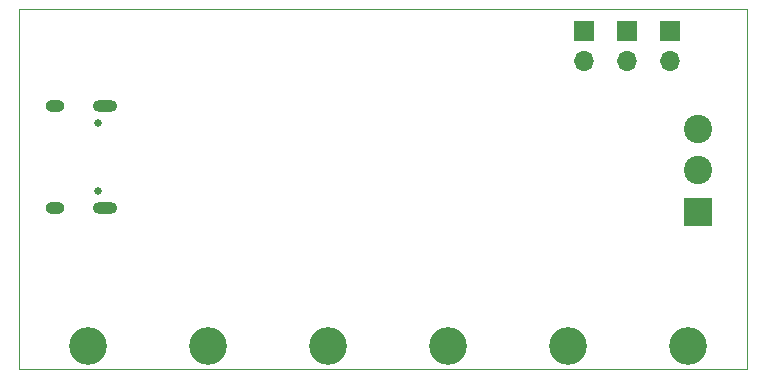
<source format=gbr>
%TF.GenerationSoftware,KiCad,Pcbnew,6.0.11-2627ca5db0~126~ubuntu20.04.1*%
%TF.CreationDate,2024-02-25T19:04:41-05:00*%
%TF.ProjectId,hil01,68696c30-312e-46b6-9963-61645f706362,rev?*%
%TF.SameCoordinates,Original*%
%TF.FileFunction,Soldermask,Bot*%
%TF.FilePolarity,Negative*%
%FSLAX46Y46*%
G04 Gerber Fmt 4.6, Leading zero omitted, Abs format (unit mm)*
G04 Created by KiCad (PCBNEW 6.0.11-2627ca5db0~126~ubuntu20.04.1) date 2024-02-25 19:04:41*
%MOMM*%
%LPD*%
G01*
G04 APERTURE LIST*
%TA.AperFunction,Profile*%
%ADD10C,0.100000*%
%TD*%
%ADD11C,3.200000*%
%ADD12R,2.400000X2.400000*%
%ADD13C,2.400000*%
%ADD14C,0.650000*%
%ADD15O,1.600000X1.000000*%
%ADD16O,2.100000X1.000000*%
%ADD17R,1.700000X1.700000*%
%ADD18O,1.700000X1.700000*%
G04 APERTURE END LIST*
D10*
X100000000Y-130500000D02*
X161680000Y-130500000D01*
X100000000Y-100000000D02*
X100000000Y-130500000D01*
X161680000Y-130500000D02*
X161680000Y-100000000D01*
X100000000Y-100000000D02*
X161680000Y-100000000D01*
D11*
%TO.C,REF\u002A\u002A2*%
X156680000Y-128500000D03*
%TD*%
D12*
%TO.C,J2*%
X157532400Y-117139600D03*
D13*
X157532400Y-113639600D03*
X157532400Y-110139600D03*
%TD*%
D11*
%TO.C,REF\u002A\u002A3*%
X146520000Y-128500000D03*
%TD*%
D14*
%TO.C,J1*%
X106740000Y-109610000D03*
X106740000Y-115390000D03*
D15*
X103090000Y-108180000D03*
D16*
X107270000Y-108180000D03*
X107270000Y-116820000D03*
D15*
X103090000Y-116820000D03*
%TD*%
D17*
%TO.C,JP1*%
X147828000Y-101854000D03*
D18*
X147828000Y-104394000D03*
%TD*%
D11*
%TO.C,REF\u002A\u002A7*%
X105880000Y-128500000D03*
%TD*%
%TO.C,REF\u002A\u002A6*%
X116040000Y-128500000D03*
%TD*%
D17*
%TO.C,JP2*%
X151485600Y-101854000D03*
D18*
X151485600Y-104394000D03*
%TD*%
D11*
%TO.C,REF\u002A\u002A4*%
X136360000Y-128500000D03*
%TD*%
%TO.C,REF\u002A\u002A5*%
X126200000Y-128500000D03*
%TD*%
D17*
%TO.C,JP3*%
X155143200Y-101854000D03*
D18*
X155143200Y-104394000D03*
%TD*%
M02*

</source>
